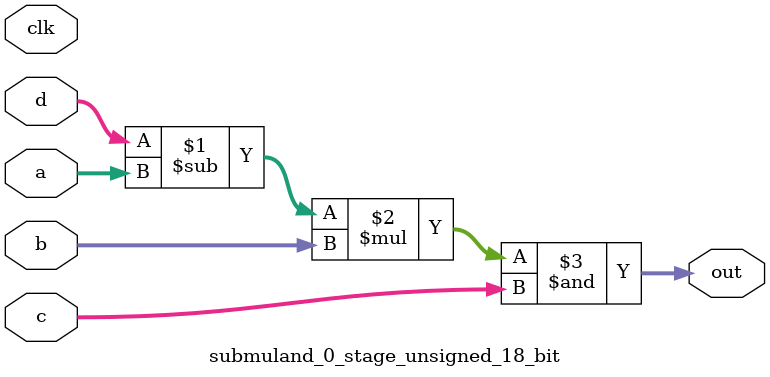
<source format=sv>
(* use_dsp = "yes" *) module submuland_0_stage_unsigned_18_bit(
	input  [17:0] a,
	input  [17:0] b,
	input  [17:0] c,
	input  [17:0] d,
	output [17:0] out,
	input clk);

	assign out = ((d - a) * b) & c;
endmodule

</source>
